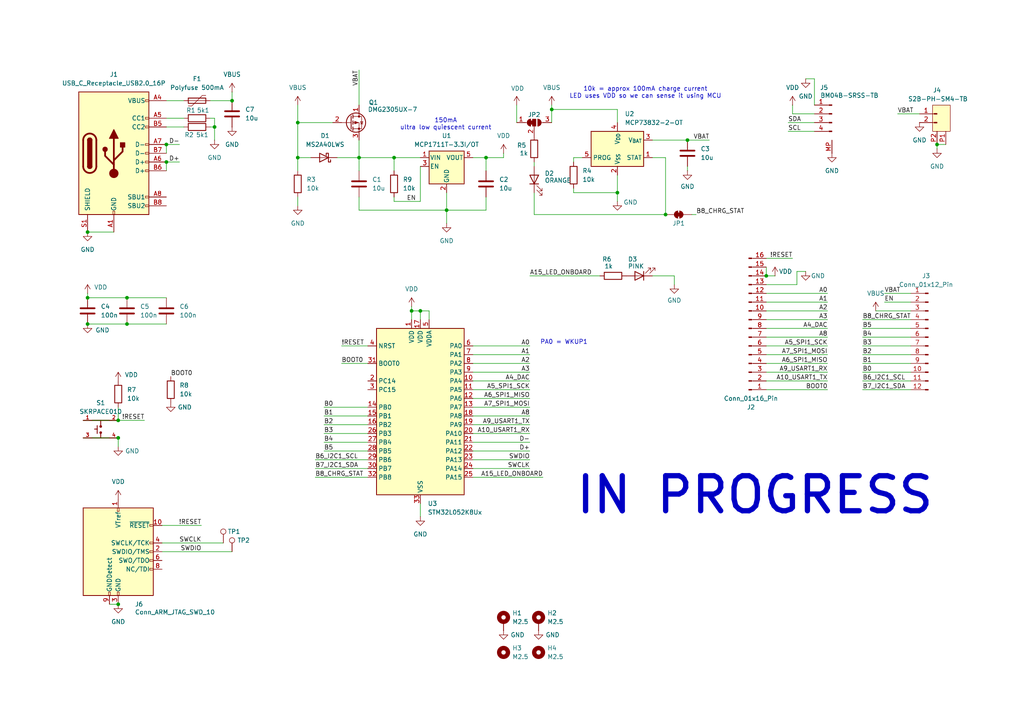
<source format=kicad_sch>
(kicad_sch (version 20250114) (generator "eeschema") (generator_version "9.0")
  (paper "A4")
  (title_block (title "AETHER L052") (date "2025-10-04") (rev "1") (company "github.com/xx0x/aether-l052") (comment 1 "A dev board based on STM32L052K8U6") (comment 2 "Ultra-low standby mode, battery charger"))
  (lib_symbols
    (symbol "Battery_Management:MCP73832-2-OT"
      (property "Reference" "U" (at -7.62 6.35 0))
      (property "Value" "MCP73832-2-OT" (at 1.27 6.35 0))
      (symbol "MCP73832-2-OT_1_1"
        (pin input line (at -10.16 -2.54 0) (length 2.54) (name "PROG") (number "5"))
        (pin power_in line (at 0 7.62 270) (length 2.54) (name "V_{DD}") (number "4"))
        (pin power_in line (at 0 -7.62 90) (length 2.54) (name "V_{SS}") (number "2"))
        (pin power_out line (at 10.16 2.54 180) (length 2.54) (name "V_{BAT}") (number "3"))
        (pin open_collector line (at 10.16 -2.54 180) (length 2.54) (name "STAT") (number "1"))
      )
    )
    (symbol "Connector:Conn_01x12_Pin" (pin_names (offset 1.016) (hide yes))
      (property "Reference" "J" (at 0 15.24 0))
      (property "Value" "Conn_01x12_Pin" (at 0 -17.78 0))
      (symbol "Conn_01x12_Pin_1_1"
        (pin passive line (at 5.08 12.7 180) (length 3.81) (name "Pin_1") (number "1"))
        (pin passive line (at 5.08 10.16 180) (length 3.81) (name "Pin_2") (number "2"))
        (pin passive line (at 5.08 7.62 180) (length 3.81) (name "Pin_3") (number "3"))
        (pin passive line (at 5.08 5.08 180) (length 3.81) (name "Pin_4") (number "4"))
        (pin passive line (at 5.08 2.54 180) (length 3.81) (name "Pin_5") (number "5"))
        (pin passive line (at 5.08 0 180) (length 3.81) (name "Pin_6") (number "6"))
        (pin passive line (at 5.08 -2.54 180) (length 3.81) (name "Pin_7") (number "7"))
        (pin passive line (at 5.08 -5.08 180) (length 3.81) (name "Pin_8") (number "8"))
        (pin passive line (at 5.08 -7.62 180) (length 3.81) (name "Pin_9") (number "9"))
        (pin passive line (at 5.08 -10.16 180) (length 3.81) (name "Pin_10") (number "10"))
        (pin passive line (at 5.08 -12.7 180) (length 3.81) (name "Pin_11") (number "11"))
        (pin passive line (at 5.08 -15.24 180) (length 3.81) (name "Pin_12") (number "12"))
      )
    )
    (symbol "Connector:Conn_01x16_Pin" (pin_names (offset 1.016) (hide yes))
      (property "Reference" "J" (at 0 20.32 0))
      (property "Value" "Conn_01x16_Pin" (at 0 -22.86 0))
      (symbol "Conn_01x16_Pin_1_1"
        (pin passive line (at 5.08 17.78 180) (length 3.81) (name "Pin_1") (number "1"))
        (pin passive line (at 5.08 15.24 180) (length 3.81) (name "Pin_2") (number "2"))
        (pin passive line (at 5.08 12.7 180) (length 3.81) (name "Pin_3") (number "3"))
        (pin passive line (at 5.08 10.16 180) (length 3.81) (name "Pin_4") (number "4"))
        (pin passive line (at 5.08 7.62 180) (length 3.81) (name "Pin_5") (number "5"))
        (pin passive line (at 5.08 5.08 180) (length 3.81) (name "Pin_6") (number "6"))
        (pin passive line (at 5.08 2.54 180) (length 3.81) (name "Pin_7") (number "7"))
        (pin passive line (at 5.08 0 180) (length 3.81) (name "Pin_8") (number "8"))
        (pin passive line (at 5.08 -2.54 180) (length 3.81) (name "Pin_9") (number "9"))
        (pin passive line (at 5.08 -5.08 180) (length 3.81) (name "Pin_10") (number "10"))
        (pin passive line (at 5.08 -7.62 180) (length 3.81) (name "Pin_11") (number "11"))
        (pin passive line (at 5.08 -10.16 180) (length 3.81) (name "Pin_12") (number "12"))
        (pin passive line (at 5.08 -12.7 180) (length 3.81) (name "Pin_13") (number "13"))
        (pin passive line (at 5.08 -15.24 180) (length 3.81) (name "Pin_14") (number "14"))
        (pin passive line (at 5.08 -17.78 180) (length 3.81) (name "Pin_15") (number "15"))
        (pin passive line (at 5.08 -20.32 180) (length 3.81) (name "Pin_16") (number "16"))
      )
    )
    (symbol "Connector:Conn_ARM_JTAG_SWD_10" (pin_names (offset 1.016))
      (property "Reference" "J" (at -2.54 16.51 0))
      (property "Value" "Conn_ARM_JTAG_SWD_10" (at -2.54 13.97 0))
      (symbol "Conn_ARM_JTAG_SWD_10_1_1"
        (pin no_connect line (at -10.16 0 0) (length 2.54) (hide yes) (name "KEY") (number "7"))
        (pin passive line (at -2.54 -15.24 90) (length 2.54) (name "GNDDetect") (number "9"))
        (pin power_in line (at 0 15.24 270) (length 2.54) (name "VTref") (number "1"))
        (pin power_in line (at 0 -15.24 90) (length 2.54) (name "GND") (number "3"))
        (pin passive line (at 0 -15.24 90) (length 2.54) (hide yes) (name "GND") (number "5"))
        (pin open_collector line (at 12.7 7.62 180) (length 2.54) (name "~{RESET}") (number "10"))
        (pin output line (at 12.7 2.54 180) (length 2.54) (name "SWCLK/TCK") (number "4"))
        (pin bidirectional line (at 12.7 0 180) (length 2.54) (name "SWDIO/TMS") (number "2"))
        (pin input line (at 12.7 -2.54 180) (length 2.54) (name "SWO/TDO") (number "6"))
        (pin output line (at 12.7 -5.08 180) (length 2.54) (name "NC/TDI") (number "8"))
      )
    )
    (symbol "Connector:TestPoint" (pin_numbers (hide yes)) (pin_names (offset 0.762) (hide yes))
      (property "Reference" "TP" (at 0 6.858 0))
      (property "Value" "TestPoint" (at 0 5.08 0))
      (symbol "TestPoint_1_1"
        (pin passive line (at 0 0 90) (length 2.54) (name "1") (number "1"))
      )
    )
    (symbol "Connector:USB_C_Receptacle_USB2.0_16P" (pin_names (offset 1.016))
      (property "Reference" "J" (at 0 22.225 0))
      (property "Value" "USB_C_Receptacle_USB2.0_16P" (at 0 19.685 0))
      (symbol "USB_C_Receptacle_USB2.0_16P_1_1"
        (pin passive line (at -7.62 -22.86 90) (length 5.08) (name "SHIELD") (number "S1"))
        (pin passive line (at 0 -22.86 90) (length 5.08) (name "GND") (number "A1"))
        (pin passive line (at 0 -22.86 90) (length 5.08) (hide yes) (name "GND") (number "A12"))
        (pin passive line (at 0 -22.86 90) (length 5.08) (hide yes) (name "GND") (number "B1"))
        (pin passive line (at 0 -22.86 90) (length 5.08) (hide yes) (name "GND") (number "B12"))
        (pin passive line (at 15.24 15.24 180) (length 5.08) (name "VBUS") (number "A4"))
        (pin passive line (at 15.24 15.24 180) (length 5.08) (hide yes) (name "VBUS") (number "A9"))
        (pin passive line (at 15.24 15.24 180) (length 5.08) (hide yes) (name "VBUS") (number "B4"))
        (pin passive line (at 15.24 15.24 180) (length 5.08) (hide yes) (name "VBUS") (number "B9"))
        (pin bidirectional line (at 15.24 10.16 180) (length 5.08) (name "CC1") (number "A5"))
        (pin bidirectional line (at 15.24 7.62 180) (length 5.08) (name "CC2") (number "B5"))
        (pin bidirectional line (at 15.24 2.54 180) (length 5.08) (name "D-") (number "A7"))
        (pin bidirectional line (at 15.24 0 180) (length 5.08) (name "D-") (number "B7"))
        (pin bidirectional line (at 15.24 -2.54 180) (length 5.08) (name "D+") (number "A6"))
        (pin bidirectional line (at 15.24 -5.08 180) (length 5.08) (name "D+") (number "B6"))
        (pin bidirectional line (at 15.24 -12.7 180) (length 5.08) (name "SBU1") (number "A8"))
        (pin bidirectional line (at 15.24 -15.24 180) (length 5.08) (name "SBU2") (number "B8"))
      )
    )
    (symbol "Device:C" (pin_numbers (hide yes)) (pin_names (offset 0.254))
      (property "Reference" "C" (at 0.635 2.54 0))
      (property "Value" "C" (at 0.635 -2.54 0))
      (symbol "C_1_1"
        (pin passive line (at 0 3.81 270) (length 2.794) (name "~") (number "1"))
        (pin passive line (at 0 -3.81 90) (length 2.794) (name "~") (number "2"))
      )
    )
    (symbol "Device:D_Schottky" (pin_numbers (hide yes)) (pin_names (offset 1.016) (hide yes))
      (property "Reference" "D" (at 0 2.54 0))
      (property "Value" "D_Schottky" (at 0 -2.54 0))
      (symbol "D_Schottky_1_1"
        (pin passive line (at -3.81 0 0) (length 2.54) (name "K") (number "1"))
        (pin passive line (at 3.81 0 180) (length 2.54) (name "A") (number "2"))
      )
    )
    (symbol "Device:LED" (pin_numbers (hide yes)) (pin_names (offset 1.016) (hide yes))
      (property "Reference" "D" (at 0 2.54 0))
      (property "Value" "LED" (at 0 -2.54 0))
      (symbol "LED_1_1"
        (pin passive line (at -3.81 0 0) (length 2.54) (name "K") (number "1"))
        (pin passive line (at 3.81 0 180) (length 2.54) (name "A") (number "2"))
      )
    )
    (symbol "Device:Polyfuse" (pin_numbers (hide yes)) (pin_names (offset 0))
      (property "Reference" "F" (at -2.54 0 90))
      (property "Value" "Polyfuse" (at 2.54 0 90))
      (symbol "Polyfuse_1_1"
        (pin passive line (at 0 3.81 270) (length 1.27) (name "~") (number "1"))
        (pin passive line (at 0 -3.81 90) (length 1.27) (name "~") (number "2"))
      )
    )
    (symbol "Device:R" (pin_numbers (hide yes)) (pin_names (offset 0))
      (property "Reference" "R" (at 2.032 0 90))
      (property "Value" "R" (at 0 0 90))
      (symbol "R_1_1"
        (pin passive line (at 0 3.81 270) (length 1.27) (name "~") (number "1"))
        (pin passive line (at 0 -3.81 90) (length 1.27) (name "~") (number "2"))
      )
    )
    (symbol "Jumper:SolderJumper_2_Bridged" (pin_numbers (hide yes)) (pin_names (offset 0) (hide yes)) (in_bom no)
      (property "Reference" "JP" (at 0 2.032 0))
      (property "Value" "SolderJumper_2_Bridged" (at 0 -2.54 0))
      (symbol "SolderJumper_2_Bridged_1_1"
        (pin passive line (at -3.81 0 0) (length 2.54) (name "A") (number "1"))
        (pin passive line (at 3.81 0 180) (length 2.54) (name "B") (number "2"))
      )
    )
    (symbol "Jumper:SolderJumper_3_Bridged12" (pin_names (offset 0) (hide yes)) (in_bom no)
      (property "Reference" "JP" (at -2.54 -2.54 0))
      (property "Value" "SolderJumper_3_Bridged12" (at 0 2.794 0))
      (symbol "SolderJumper_3_Bridged12_1_1"
        (pin passive line (at -5.08 0 0) (length 2.54) (name "A") (number "1"))
        (pin passive line (at 0 -3.81 90) (length 2.54) (name "C") (number "2"))
        (pin passive line (at 5.08 0 180) (length 2.54) (name "B") (number "3"))
      )
    )
    (symbol "MCU_ST_STM32L0:STM32L052K8Ux"
      (property "Reference" "U" (at -12.7 26.67 0))
      (property "Value" "STM32L052K8Ux" (at 5.08 26.67 0))
      (symbol "STM32L052K8Ux_1_1"
        (pin input line (at -15.24 20.32 0) (length 2.54) (name "NRST") (number "4"))
        (pin input line (at -15.24 15.24 0) (length 2.54) (name "BOOT0") (number "31"))
        (pin bidirectional line (at -15.24 10.16 0) (length 2.54) (name "PC14") (number "2"))
        (pin bidirectional line (at -15.24 7.62 0) (length 2.54) (name "PC15") (number "3"))
        (pin bidirectional line (at -15.24 2.54 0) (length 2.54) (name "PB0") (number "14"))
        (pin bidirectional line (at -15.24 0 0) (length 2.54) (name "PB1") (number "15"))
        (pin bidirectional line (at -15.24 -2.54 0) (length 2.54) (name "PB2") (number "16"))
        (pin bidirectional line (at -15.24 -5.08 0) (length 2.54) (name "PB3") (number "26"))
        (pin bidirectional line (at -15.24 -7.62 0) (length 2.54) (name "PB4") (number "27"))
        (pin bidirectional line (at -15.24 -10.16 0) (length 2.54) (name "PB5") (number "28"))
        (pin bidirectional line (at -15.24 -12.7 0) (length 2.54) (name "PB6") (number "29"))
        (pin bidirectional line (at -15.24 -15.24 0) (length 2.54) (name "PB7") (number "30"))
        (pin bidirectional line (at -15.24 -17.78 0) (length 2.54) (name "PB8") (number "32"))
        (pin power_in line (at -2.54 27.94 270) (length 2.54) (name "VDD") (number "1"))
        (pin power_in line (at 0 27.94 270) (length 2.54) (name "VDD") (number "17"))
        (pin power_in line (at 0 -25.4 90) (length 2.54) (name "VSS") (number "33"))
        (pin power_in line (at 2.54 27.94 270) (length 2.54) (name "VDDA") (number "5"))
        (pin bidirectional line (at 15.24 20.32 180) (length 2.54) (name "PA0") (number "6"))
        (pin bidirectional line (at 15.24 17.78 180) (length 2.54) (name "PA1") (number "7"))
        (pin bidirectional line (at 15.24 15.24 180) (length 2.54) (name "PA2") (number "8"))
        (pin bidirectional line (at 15.24 12.7 180) (length 2.54) (name "PA3") (number "9"))
        (pin bidirectional line (at 15.24 10.16 180) (length 2.54) (name "PA4") (number "10"))
        (pin bidirectional line (at 15.24 7.62 180) (length 2.54) (name "PA5") (number "11"))
        (pin bidirectional line (at 15.24 5.08 180) (length 2.54) (name "PA6") (number "12"))
        (pin bidirectional line (at 15.24 2.54 180) (length 2.54) (name "PA7") (number "13"))
        (pin bidirectional line (at 15.24 0 180) (length 2.54) (name "PA8") (number "18"))
        (pin bidirectional line (at 15.24 -2.54 180) (length 2.54) (name "PA9") (number "19"))
        (pin bidirectional line (at 15.24 -5.08 180) (length 2.54) (name "PA10") (number "20"))
        (pin bidirectional line (at 15.24 -7.62 180) (length 2.54) (name "PA11") (number "21"))
        (pin bidirectional line (at 15.24 -10.16 180) (length 2.54) (name "PA12") (number "22"))
        (pin bidirectional line (at 15.24 -12.7 180) (length 2.54) (name "PA13") (number "23"))
        (pin bidirectional line (at 15.24 -15.24 180) (length 2.54) (name "PA14") (number "24"))
        (pin bidirectional line (at 15.24 -17.78 180) (length 2.54) (name "PA15") (number "25"))
      )
    )
    (symbol "Mechanical:MountingHole" (pin_names (offset 1.016)) (in_bom no)
      (property "Reference" "H" (at 0 5.08 0))
      (property "Value" "MountingHole" (at 0 3.175 0))
    )
    (symbol "Mechanical:MountingHole_Pad" (pin_numbers (hide yes)) (pin_names (offset 1.016) (hide yes)) (in_bom no)
      (property "Reference" "H" (at 0 6.35 0))
      (property "Value" "MountingHole_Pad" (at 0 4.445 0))
      (symbol "MountingHole_Pad_1_1"
        (pin input line (at 0 -2.54 90) (length 2.54) (name "1") (number "1"))
      )
    )
    (symbol "Regulator_Linear:AP2112K-3.3" (pin_names (offset 0.254))
      (property "Reference" "U" (at -5.08 5.715 0))
      (property "Value" "AP2112K-3.3" (at 0 5.715 0))
      (symbol "AP2112K-3.3_1_1"
        (pin power_in line (at -7.62 2.54 0) (length 2.54) (name "VIN") (number "1"))
        (pin input line (at -7.62 0 0) (length 2.54) (name "EN") (number "3"))
        (pin power_in line (at 0 -7.62 90) (length 2.54) (name "GND") (number "2"))
        (pin no_connect line (at 5.08 0 180) (length 2.54) (hide yes) (name "NC") (number "4"))
        (pin power_out line (at 7.62 2.54 180) (length 2.54) (name "VOUT") (number "5"))
      )
    )
    (symbol "Transistor_FET:Q_PMOS_DGS" (pin_names (offset 0) (hide yes))
      (property "Reference" "Q" (at 5.08 1.905 0))
      (property "Value" "Q_PMOS_DGS" (at 5.08 0 0))
      (symbol "Q_PMOS_DGS_1_1"
        (pin input line (at -5.08 0 0) (length 2.54) (name "G") (number "2"))
        (pin passive line (at 2.54 5.08 270) (length 2.54) (name "D") (number "1"))
        (pin passive line (at 2.54 -5.08 90) (length 2.54) (name "S") (number "3"))
      )
    )
    (symbol "aether-l052:Conn_01x02_Pin_SMD_MT" (pin_names (offset 1.016) (hide yes))
      (property "Reference" "J" (at -2.794 4.318 0))
      (property "Value" "Conn_01x02_Pin_SMD_MT" (at -0.254 -10.668 0))
      (symbol "Conn_01x02_Pin_SMD_MT_1_1"
        (pin passive line (at -2.54 -8.89 90) (length 3.81) (name "") (number "P1"))
        (pin passive line (at 0 -8.89 90) (length 3.81) (name "") (number "P2"))
        (pin passive line (at 5.08 0 180) (length 3.81) (name "Pin_1") (number "1"))
        (pin passive line (at 5.08 -2.54 180) (length 3.81) (name "Pin_2") (number "2"))
      )
    )
    (symbol "aether-l052:Conn_01x04_Pin_SMD_MT" (pin_names (offset 1.016) (hide yes))
      (property "Reference" "J" (at 0 5.08 0))
      (property "Value" "Conn_01x04_Pin_SMD_MT" (at 0.508 -13.716 0))
      (symbol "Conn_01x04_Pin_SMD_MT_1_1"
        (pin passive line (at 0 -11.43 90) (length 3.81) (name "") (number "MP"))
        (pin passive line (at 5.08 2.54 180) (length 3.81) (name "Pin_1") (number "1"))
        (pin passive line (at 5.08 0 180) (length 3.81) (name "Pin_2") (number "2"))
        (pin passive line (at 5.08 -2.54 180) (length 3.81) (name "Pin_3") (number "3"))
        (pin passive line (at 5.08 -5.08 180) (length 3.81) (name "Pin_4") (number "4"))
      )
    )
    (symbol "aether-l052:SKRPACE010" (pin_names (offset 1.016))
      (property "Reference" "S" (at -2.5431 5.0863 0))
      (property "Value" "SKRPACE010" (at -2.5442 -5.0884 0))
      (symbol "SKRPACE010_0_0"
        (pin bidirectional line (at -5.08 2.54 0) (length 2.54) (name "~") (number "1"))
        (pin bidirectional line (at -5.08 -2.54 0) (length 2.54) (name "~") (number "3"))
        (pin bidirectional line (at 5.08 2.54 180) (length 2.54) (name "~") (number "2"))
        (pin bidirectional line (at 5.08 -2.54 180) (length 2.54) (name "~") (number "4"))
      )
    )
    (symbol "power:GND" (power) (pin_numbers (hide yes)) (pin_names (offset 0) (hide yes))
      (property "Value" "GND" (at 0 -3.81 0))
      (symbol "GND_1_1"
        (pin power_in line (at 0 0 270) (length 0) (name "~") (number "1"))
      )
    )
    (symbol "power:VBUS" (power) (pin_numbers (hide yes)) (pin_names (offset 0) (hide yes))
      (property "Value" "VBUS" (at 0 3.556 0))
      (symbol "VBUS_1_1"
        (pin power_in line (at 0 0 90) (length 0) (name "~") (number "1"))
      )
    )
    (symbol "power:VDD" (power) (pin_numbers (hide yes)) (pin_names (offset 0) (hide yes))
      (property "Value" "VDD" (at 0 3.556 0))
      (symbol "VDD_1_1"
        (pin power_in line (at 0 0 90) (length 0) (name "~") (number "1"))
      )
    )
  )
  (text "150mA\nultra low quiescent current" (at 129.286 36.068 0) (effects (font (size 1.27 1.27) (thickness 0.1588))))
  (text "10k = approx 100mA charge current\nLED uses VDD so we can sense it using MCU" (at 187.198 26.924 0) (effects (font (size 1.27 1.27) (thickness 0.1588))))
  (text "PA0 = WKUP1\n" (at 163.576 99.314 0) (effects (font (size 1.27 1.27) (thickness 0.1588))))
  (text "IN PROGRESS" (at 218.948 143.764 0) (effects (font (size 10.16 10.16) (thickness 1.524) (bold yes))))
  (junction (at 193.04 62.23))
  (junction (at 67.31 29.21))
  (junction (at 36.83 86.36))
  (junction (at 114.3 45.72))
  (junction (at 48.26 41.91))
  (junction (at 34.29 127))
  (junction (at 179.07 55.88))
  (junction (at 222.25 80.01))
  (junction (at 199.39 40.64))
  (junction (at 104.14 45.72))
  (junction (at 34.29 175.26))
  (junction (at 34.29 121.92))
  (junction (at 62.23 36.83))
  (junction (at 121.92 90.17))
  (junction (at 25.4 86.36))
  (junction (at 86.36 35.56))
  (junction (at 36.83 93.98))
  (junction (at 48.26 46.99))
  (junction (at 86.36 45.72))
  (junction (at 129.54 60.96))
  (junction (at 25.4 67.31))
  (junction (at 271.78 41.91))
  (junction (at 140.97 45.72))
  (junction (at 160.02 31.75))
  (junction (at 119.38 90.17))
  (junction (at 25.4 93.98))
  (wire (pts (xy 46.99 160.02) (xy 67.31 160.02)))
  (wire (pts (xy 93.98 130.81) (xy 106.68 130.81)))
  (wire (pts (xy 137.16 138.43) (xy 157.48 138.43)))
  (wire (pts (xy 179.07 50.8) (xy 179.07 55.88)))
  (wire (pts (xy 140.97 45.72) (xy 146.05 45.72)))
  (wire (pts (xy 34.29 118.11) (xy 34.29 121.92)))
  (wire (pts (xy 124.46 90.17) (xy 121.92 90.17)))
  (wire (pts (xy 222.25 77.47) (xy 222.25 80.01)))
  (wire (pts (xy 114.3 45.72) (xy 121.92 45.72)))
  (wire (pts (xy 48.26 41.91) (xy 48.26 44.45)))
  (wire (pts (xy 189.23 40.64) (xy 199.39 40.64)))
  (wire (pts (xy 86.36 30.48) (xy 86.36 35.56)))
  (wire (pts (xy 229.87 33.02) (xy 229.87 30.48)))
  (wire (pts (xy 137.16 113.03) (xy 153.67 113.03)))
  (wire (pts (xy 228.6 38.1) (xy 236.22 38.1)))
  (wire (pts (xy 62.23 40.64) (xy 62.23 36.83)))
  (wire (pts (xy 60.96 29.21) (xy 67.31 29.21)))
  (wire (pts (xy 137.16 123.19) (xy 153.67 123.19)))
  (wire (pts (xy 34.29 127) (xy 34.29 129.54)))
  (wire (pts (xy 93.98 120.65) (xy 106.68 120.65)))
  (wire (pts (xy 46.99 157.48) (xy 64.77 157.48)))
  (wire (pts (xy 222.25 74.93) (xy 229.87 74.93)))
  (wire (pts (xy 121.92 58.42) (xy 121.92 48.26)))
  (wire (pts (xy 231.14 78.74) (xy 233.68 78.74)))
  (wire (pts (xy 137.16 118.11) (xy 153.67 118.11)))
  (wire (pts (xy 48.26 41.91) (xy 52.07 41.91)))
  (wire (pts (xy 137.16 102.87) (xy 153.67 102.87)))
  (wire (pts (xy 137.16 130.81) (xy 153.67 130.81)))
  (wire (pts (xy 91.44 133.35) (xy 106.68 133.35)))
  (wire (pts (xy 195.58 80.01) (xy 195.58 82.55)))
  (wire (pts (xy 129.54 64.77) (xy 129.54 60.96)))
  (wire (pts (xy 48.26 46.99) (xy 48.26 49.53)))
  (wire (pts (xy 222.25 100.33) (xy 240.03 100.33)))
  (wire (pts (xy 166.37 45.72) (xy 168.91 45.72)))
  (wire (pts (xy 104.14 45.72) (xy 104.14 49.53)))
  (wire (pts (xy 222.25 92.71) (xy 240.03 92.71)))
  (wire (pts (xy 250.19 97.79) (xy 264.16 97.79)))
  (wire (pts (xy 140.97 60.96) (xy 140.97 57.15)))
  (wire (pts (xy 166.37 54.61) (xy 166.37 55.88)))
  (wire (pts (xy 154.94 62.23) (xy 193.04 62.23)))
  (wire (pts (xy 160.02 31.75) (xy 179.07 31.75)))
  (wire (pts (xy 137.16 110.49) (xy 153.67 110.49)))
  (wire (pts (xy 36.83 93.98) (xy 48.26 93.98)))
  (wire (pts (xy 34.29 121.92) (xy 41.91 121.92)))
  (wire (pts (xy 228.6 35.56) (xy 236.22 35.56)))
  (wire (pts (xy 222.25 82.55) (xy 231.14 82.55)))
  (wire (pts (xy 104.14 60.96) (xy 104.14 57.15)))
  (wire (pts (xy 129.54 60.96) (xy 104.14 60.96)))
  (wire (pts (xy 250.19 113.03) (xy 264.16 113.03)))
  (wire (pts (xy 222.25 87.63) (xy 240.03 87.63)))
  (wire (pts (xy 86.36 57.15) (xy 86.36 59.69)))
  (wire (pts (xy 48.26 34.29) (xy 53.34 34.29)))
  (wire (pts (xy 25.4 67.31) (xy 33.02 67.31)))
  (wire (pts (xy 48.26 36.83) (xy 53.34 36.83)))
  (wire (pts (xy 60.96 34.29) (xy 62.23 34.29)))
  (wire (pts (xy 154.94 62.23) (xy 154.94 55.88)))
  (wire (pts (xy 256.54 87.63) (xy 264.16 87.63)))
  (wire (pts (xy 129.54 60.96) (xy 140.97 60.96)))
  (wire (pts (xy 153.67 80.01) (xy 173.99 80.01)))
  (wire (pts (xy 104.14 45.72) (xy 114.3 45.72)))
  (wire (pts (xy 149.86 35.56) (xy 149.86 30.48)))
  (wire (pts (xy 137.16 128.27) (xy 153.67 128.27)))
  (wire (pts (xy 154.94 48.26) (xy 154.94 46.99)))
  (wire (pts (xy 91.44 135.89) (xy 106.68 135.89)))
  (wire (pts (xy 114.3 58.42) (xy 121.92 58.42)))
  (wire (pts (xy 256.54 85.09) (xy 264.16 85.09)))
  (wire (pts (xy 160.02 31.75) (xy 160.02 35.56)))
  (wire (pts (xy 93.98 123.19) (xy 106.68 123.19)))
  (wire (pts (xy 250.19 105.41) (xy 264.16 105.41)))
  (wire (pts (xy 93.98 125.73) (xy 106.68 125.73)))
  (wire (pts (xy 199.39 49.53) (xy 199.39 48.26)))
  (wire (pts (xy 119.38 90.17) (xy 119.38 92.71)))
  (wire (pts (xy 46.99 152.4) (xy 58.42 152.4)))
  (wire (pts (xy 121.92 92.71) (xy 121.92 90.17)))
  (wire (pts (xy 236.22 33.02) (xy 229.87 33.02)))
  (wire (pts (xy 48.26 46.99) (xy 52.07 46.99)))
  (wire (pts (xy 222.25 97.79) (xy 240.03 97.79)))
  (wire (pts (xy 166.37 55.88) (xy 179.07 55.88)))
  (wire (pts (xy 222.25 95.25) (xy 240.03 95.25)))
  (wire (pts (xy 67.31 29.21) (xy 67.31 26.67)))
  (wire (pts (xy 48.26 29.21) (xy 53.34 29.21)))
  (wire (pts (xy 250.19 95.25) (xy 264.16 95.25)))
  (wire (pts (xy 93.98 128.27) (xy 106.68 128.27)))
  (wire (pts (xy 124.46 92.71) (xy 124.46 90.17)))
  (wire (pts (xy 97.79 45.72) (xy 104.14 45.72)))
  (wire (pts (xy 274.32 41.91) (xy 271.78 41.91)))
  (wire (pts (xy 260.35 33.02) (xy 266.7 33.02)))
  (wire (pts (xy 99.06 105.41) (xy 106.68 105.41)))
  (wire (pts (xy 25.4 93.98) (xy 36.83 93.98)))
  (wire (pts (xy 137.16 107.95) (xy 153.67 107.95)))
  (wire (pts (xy 160.02 30.48) (xy 160.02 31.75)))
  (wire (pts (xy 179.07 55.88) (xy 179.07 58.42)))
  (wire (pts (xy 222.25 110.49) (xy 240.03 110.49)))
  (wire (pts (xy 137.16 120.65) (xy 153.67 120.65)))
  (wire (pts (xy 104.14 45.72) (xy 104.14 40.64)))
  (wire (pts (xy 222.25 85.09) (xy 240.03 85.09)))
  (wire (pts (xy 36.83 86.36) (xy 48.26 86.36)))
  (wire (pts (xy 99.06 100.33) (xy 106.68 100.33)))
  (wire (pts (xy 137.16 100.33) (xy 153.67 100.33)))
  (wire (pts (xy 104.14 20.32) (xy 104.14 30.48)))
  (wire (pts (xy 222.25 80.01) (xy 224.79 80.01)))
  (wire (pts (xy 24.13 121.92) (xy 34.29 121.92)))
  (wire (pts (xy 250.19 107.95) (xy 264.16 107.95)))
  (wire (pts (xy 250.19 102.87) (xy 264.16 102.87)))
  (wire (pts (xy 137.16 135.89) (xy 153.67 135.89)))
  (wire (pts (xy 146.05 45.72) (xy 146.05 44.45)))
  (wire (pts (xy 90.17 45.72) (xy 86.36 45.72)))
  (wire (pts (xy 193.04 62.23) (xy 193.04 45.72)))
  (wire (pts (xy 189.23 80.01) (xy 195.58 80.01)))
  (wire (pts (xy 119.38 88.9) (xy 119.38 90.17)))
  (wire (pts (xy 96.52 35.56) (xy 86.36 35.56)))
  (wire (pts (xy 86.36 45.72) (xy 86.36 35.56)))
  (wire (pts (xy 140.97 49.53) (xy 140.97 45.72)))
  (wire (pts (xy 62.23 34.29) (xy 62.23 36.83)))
  (wire (pts (xy 62.23 36.83) (xy 60.96 36.83)))
  (wire (pts (xy 222.25 107.95) (xy 240.03 107.95)))
  (wire (pts (xy 137.16 115.57) (xy 153.67 115.57)))
  (wire (pts (xy 236.22 22.86) (xy 233.68 22.86)))
  (wire (pts (xy 222.25 90.17) (xy 240.03 90.17)))
  (wire (pts (xy 166.37 46.99) (xy 166.37 45.72)))
  (wire (pts (xy 25.4 85.09) (xy 25.4 86.36)))
  (wire (pts (xy 86.36 45.72) (xy 86.36 49.53)))
  (wire (pts (xy 31.75 175.26) (xy 34.29 175.26)))
  (wire (pts (xy 25.4 86.36) (xy 36.83 86.36)))
  (wire (pts (xy 231.14 82.55) (xy 231.14 78.74)))
  (wire (pts (xy 137.16 133.35) (xy 153.67 133.35)))
  (wire (pts (xy 137.16 125.73) (xy 153.67 125.73)))
  (wire (pts (xy 179.07 31.75) (xy 179.07 35.56)))
  (wire (pts (xy 137.16 105.41) (xy 153.67 105.41)))
  (wire (pts (xy 201.93 62.23) (xy 200.66 62.23)))
  (wire (pts (xy 121.92 90.17) (xy 119.38 90.17)))
  (wire (pts (xy 271.78 41.91) (xy 271.78 43.18)))
  (wire (pts (xy 250.19 92.71) (xy 264.16 92.71)))
  (wire (pts (xy 222.25 113.03) (xy 240.03 113.03)))
  (wire (pts (xy 121.92 146.05) (xy 121.92 149.86)))
  (wire (pts (xy 91.44 138.43) (xy 106.68 138.43)))
  (wire (pts (xy 199.39 40.64) (xy 205.74 40.64)))
  (wire (pts (xy 114.3 45.72) (xy 114.3 49.53)))
  (wire (pts (xy 93.98 118.11) (xy 106.68 118.11)))
  (wire (pts (xy 250.19 100.33) (xy 264.16 100.33)))
  (wire (pts (xy 193.04 45.72) (xy 189.23 45.72)))
  (wire (pts (xy 140.97 45.72) (xy 137.16 45.72)))
  (wire (pts (xy 114.3 57.15) (xy 114.3 58.42)))
  (wire (pts (xy 24.13 127) (xy 34.29 127)))
  (wire (pts (xy 250.19 110.49) (xy 264.16 110.49)))
  (wire (pts (xy 254 90.17) (xy 264.16 90.17)))
  (wire (pts (xy 129.54 60.96) (xy 129.54 55.88)))
  (wire (pts (xy 222.25 105.41) (xy 240.03 105.41)))
  (wire (pts (xy 236.22 30.48) (xy 236.22 22.86)))
  (wire (pts (xy 222.25 102.87) (xy 240.03 102.87)))
  (label "A10_USART1_TX" (at 240.03 110.49 180))
  (label "A5_SPI1_SCK" (at 240.03 100.33 180))
  (label "VBAT" (at 256.54 85.09 0))
  (label "A8" (at 240.03 97.79 180))
  (label "SWCLK" (at 153.67 135.89 180))
  (label "B8_CHRG_STAT" (at 91.44 138.43 0))
  (label "B1" (at 93.98 120.65 0))
  (label "A7_SPI1_MOSI" (at 240.03 102.87 180))
  (label "EN" (at 120.65 58.42 180))
  (label "A10_USART1_RX" (at 153.67 125.73 180))
  (label "A9_USART1_TX" (at 153.67 123.19 180))
  (label "!RESET" (at 58.42 152.4 180))
  (label "B5" (at 93.98 130.81 0))
  (label "B8_CHRG_STAT" (at 201.93 62.23 0))
  (label "A6_SPI1_MISO" (at 240.03 105.41 180))
  (label "BOOT0" (at 240.03 113.03 180))
  (label "A4_DAC" (at 240.03 95.25 180))
  (label "B6_I2C1_SCL" (at 250.19 110.49 0))
  (label "SWDIO" (at 58.42 160.02 180))
  (label "D-" (at 153.67 128.27 180))
  (label "A15_LED_ONBOARD" (at 153.67 80.01 0))
  (label "A9_USART1_RX" (at 240.03 107.95 180))
  (label "B7_I2C1_SDA" (at 250.19 113.03 0))
  (label "B8_CHRG_STAT" (at 250.19 92.71 0))
  (label "B0" (at 250.19 107.95 0))
  (label "B4" (at 250.19 97.79 0))
  (label "!RESET" (at 99.06 100.33 0))
  (label "D+" (at 153.67 130.81 180))
  (label "SDA" (at 228.6 35.56 0))
  (label "A1" (at 240.03 87.63 180))
  (label "A7_SPI1_MOSI" (at 153.67 118.11 180))
  (label "!RESET" (at 229.87 74.93 180))
  (label "B3" (at 250.19 100.33 0))
  (label "A8" (at 153.67 120.65 180))
  (label "B4" (at 93.98 128.27 0))
  (label "B2" (at 250.19 102.87 0))
  (label "VBAT" (at 260.35 33.02 0))
  (label "B7_I2C1_SDA" (at 91.44 135.89 0))
  (label "B1" (at 250.19 105.41 0))
  (label "A0" (at 153.67 100.33 180))
  (label "D+" (at 52.07 46.99 180))
  (label "B2" (at 93.98 123.19 0))
  (label "B3" (at 93.98 125.73 0))
  (label "A5_SPI1_SCK" (at 153.67 113.03 180))
  (label "A2" (at 153.67 105.41 180))
  (label "B0" (at 93.98 118.11 0))
  (label "D-" (at 52.07 41.91 180))
  (label "A3" (at 153.67 107.95 180))
  (label "A1" (at 153.67 102.87 180))
  (label "B6_I2C1_SCL" (at 91.44 133.35 0))
  (label "VBAT" (at 205.74 40.64 180))
  (label "A3" (at 240.03 92.71 180))
  (label "EN" (at 256.54 87.63 0))
  (label "A15_LED_ONBOARD" (at 157.48 138.43 180))
  (label "A0" (at 240.03 85.09 180))
  (label "B5" (at 250.19 95.25 0))
  (label "VBAT" (at 104.14 20.32 270))
  (label "A6_SPI1_MISO" (at 153.67 115.57 180))
  (label "A2" (at 240.03 90.17 180))
  (label "SWDIO" (at 153.67 133.35 180))
  (label "A4_DAC" (at 153.67 110.49 180))
  (label "SWCLK" (at 58.42 157.48 180))
  (label "SCL" (at 228.6 38.1 0))
  (label "BOOT0" (at 99.06 105.41 0))
  (label "BOOT0" (at 49.53 109.22 0))
  (label "!RESET" (at 41.91 121.92 180))
  (symbol (lib_id "Device:D_Schottky") (at 93.98 45.72 180) (unit 1)
    (property "Reference" "D1" (at 94.2975 39.37 0))
    (property "Value" "MS2A40LWS" (at 94.2975 41.91 0))
    (property "Footprint" "Diode_SMD:D_SOD-323" (effects (hide yes)))
    (property "Description" "Schottky diode" (effects (hide yes)))
  )
  (symbol (lib_id "power:VBUS") (at 160.02 30.48 0) (unit 1)
    (property "Reference" "#PWR011" (effects (hide yes)))
    (property "Value" "VBUS" (at 160.02 25.4 0))
    (property "Description" "Power symbol creates a global label with name \"VBUS\"" (effects (hide yes)))
  )
  (symbol (lib_id "Device:R") (at 34.29 114.3 0) (unit 1)
    (property "Reference" "R7" (at 36.83 113.0299 0) (effects (justify left)))
    (property "Value" "10k" (at 36.83 115.5699 0) (effects (justify left)))
    (property "Footprint" "Resistor_SMD:R_0603_1608Metric" (effects (hide yes)))
    (property "Description" "Resistor" (effects (hide yes)))
  )
  (symbol (lib_id "power:VDD") (at 25.4 85.09 0) (unit 1)
    (property "Reference" "#PWR015" (effects (hide yes)))
    (property "Value" "VDD" (at 29.21 83.312 0))
    (property "Description" "Power symbol creates a global label with name \"VDD\"" (effects (hide yes)))
  )
  (symbol (lib_id "Transistor_FET:Q_PMOS_DGS") (at 101.6 35.56 0) (unit 1)
    (property "Reference" "Q1" (at 106.934 29.718 0) (effects (justify left)))
    (property "Value" "DMG2305UX-7" (at 106.68 31.75 0) (effects (justify left)))
    (property "Footprint" "Package_TO_SOT_SMD:SOT-23" (effects (hide yes)))
    (property "Description" "P-MOSFET transistor, drain/gate/source" (effects (hide yes)))
  )
  (symbol (lib_id "Device:R") (at 114.3 53.34 0) (unit 1)
    (property "Reference" "R9" (at 116.84 52.0699 0) (effects (justify left)))
    (property "Value" "10k" (at 116.84 54.6099 0) (effects (justify left)))
    (property "Footprint" "Resistor_SMD:R_0603_1608Metric" (effects (hide yes)))
    (property "Description" "Resistor" (effects (hide yes)))
  )
  (symbol (lib_id "power:VDD") (at 34.29 110.49 0) (unit 1)
    (property "Reference" "#PWR020" (effects (hide yes)))
    (property "Value" "VDD" (at 38.1 108.712 0))
    (property "Description" "Power symbol creates a global label with name \"VDD\"" (effects (hide yes)))
  )
  (symbol (lib_id "power:GND") (at 121.92 149.86 0) (unit 1)
    (property "Reference" "#PWR018" (effects (hide yes)))
    (property "Value" "GND" (at 121.92 154.94 0))
    (property "Description" "Power symbol creates a global label with name \"GND\" , ground" (effects (hide yes)))
  )
  (symbol (lib_id "MCU_ST_STM32L0:STM32L052K8Ux") (at 121.92 120.65 0) (unit 1)
    (property "Reference" "U3" (at 124.0633 146.05 0) (effects (justify left)))
    (property "Value" "STM32L052K8Ux" (at 124.0633 148.59 0) (effects (justify left)))
    (property "Footprint" "Package_DFN_QFN:QFN-32-1EP_5x5mm_P0.5mm_EP3.45x3.45mm" (effects (hide yes)))
    (property "Datasheet" "https://www.st.com/resource/en/datasheet/stm32l052k8.pdf" (effects (hide yes)))
    (property "Description" "STMicroelectronics Arm Cortex-M0+ MCU, 64KB flash, 8KB RAM, 32 MHz, 1.65-3.6V, 27 GPIO, UFQFPN32" (effects (hide yes)))
  )
  (symbol (lib_id "power:GND") (at 86.36 59.69 0) (unit 1)
    (property "Reference" "#PWR08" (effects (hide yes)))
    (property "Value" "GND" (at 86.36 64.77 0))
    (property "Description" "Power symbol creates a global label with name \"GND\" , ground" (effects (hide yes)))
  )
  (symbol (lib_id "Device:R") (at 57.15 34.29 90) (unit 1)
    (property "Reference" "R1" (at 55.372 32.004 90))
    (property "Value" "5k1" (at 58.928 32.004 90))
    (property "Footprint" "Resistor_SMD:R_0603_1608Metric" (effects (hide yes)))
    (property "Description" "Resistor" (effects (hide yes)))
  )
  (symbol (lib_id "Device:C") (at 48.26 90.17 0) (unit 1)
    (property "Reference" "C6" (at 52.07 88.8999 0) (effects (justify left)))
    (property "Value" "100n" (at 52.07 91.4399 0) (effects (justify left)))
    (property "Footprint" "Capacitor_SMD:C_0603_1608Metric" (effects (hide yes)))
    (property "Description" "Unpolarized capacitor" (effects (hide yes)))
  )
  (symbol (lib_id "Connector:Conn_01x12_Pin") (at 269.24 97.79 0) (mirror y) (unit 1)
    (property "Reference" "J3" (at 268.605 80.01 0))
    (property "Value" "Conn_01x12_Pin" (at 268.605 82.55 0))
    (property "Footprint" "aether-l052:PinHeader_1x12_P2.54mm_Vertical_NoSilk" (effects (hide yes)))
    (property "Description" "Generic connector, single row, 01x12, script generated" (effects (hide yes)))
  )
  (symbol (lib_id "Device:R") (at 57.15 36.83 90) (unit 1)
    (property "Reference" "R2" (at 54.864 39.116 90))
    (property "Value" "5k1" (at 58.674 39.116 90))
    (property "Footprint" "Resistor_SMD:R_0603_1608Metric" (effects (hide yes)))
    (property "Description" "Resistor" (effects (hide yes)))
  )
  (symbol (lib_id "Device:C") (at 140.97 53.34 0) (unit 1)
    (property "Reference" "C2" (at 144.78 52.0699 0) (effects (justify left)))
    (property "Value" "10u" (at 144.78 54.6099 0) (effects (justify left)))
    (property "Footprint" "Capacitor_SMD:C_0805_2012Metric" (effects (hide yes)))
    (property "Description" "Unpolarized capacitor" (effects (hide yes)))
  )
  (symbol (lib_id "power:GND") (at 233.68 22.86 0) (unit 1)
    (property "Reference" "#PWR02" (effects (hide yes)))
    (property "Value" "GND" (at 233.68 27.94 0))
    (property "Description" "Power symbol creates a global label with name \"GND\" , ground" (effects (hide yes)))
  )
  (symbol (lib_id "power:GND") (at 271.78 43.18 0) (unit 1)
    (property "Reference" "#PWR03" (effects (hide yes)))
    (property "Value" "GND" (at 271.78 48.26 0))
    (property "Description" "Power symbol creates a global label with name \"GND\" , ground" (effects (hide yes)))
  )
  (symbol (lib_id "Jumper:SolderJumper_2_Bridged") (at 196.85 62.23 0) (unit 1) (in_bom no)
    (property "Reference" "JP1" (at 196.85 64.77 0))
    (property "Value" "SolderJumper_2_Bridged" (effects (hide yes)))
    (property "Footprint" "Jumper:SolderJumper-2_P1.3mm_Bridged_RoundedPad1.0x1.5mm" (effects (hide yes)))
    (property "Description" "Solder Jumper, 2-pole, closed/bridged" (effects (hide yes)))
  )
  (symbol (lib_id "Jumper:SolderJumper_3_Bridged12") (at 154.94 35.56 0) (unit 1) (in_bom no)
    (property "Reference" "JP2" (at 154.94 33.274 0))
    (property "Value" "SolderJumper_3_Bridged12" (effects (hide yes)))
    (property "Footprint" "Jumper:SolderJumper-3_P1.3mm_Bridged12_RoundedPad1.0x1.5mm" (effects (hide yes)))
    (property "Description" "3-pole Solder Jumper, pins 1+2 closed/bridged" (effects (hide yes)))
  )
  (symbol (lib_id "Mechanical:MountingHole_Pad") (at 146.05 180.34 0) (unit 1) (in_bom no)
    (property "Reference" "H1" (at 148.59 177.7999 0) (effects (justify left)))
    (property "Value" "M2.5" (at 148.59 180.3399 0) (effects (justify left)))
    (property "Footprint" "aether-l052:MountingHole_2.5mm_Pad_Small" (effects (hide yes)))
    (property "Description" "Mounting Hole with connection" (effects (hide yes)))
  )
  (symbol (lib_id "Device:LED") (at 185.42 80.01 180) (unit 1)
    (property "Reference" "D3" (at 182.118 75.184 0) (effects (justify right)))
    (property "Value" "PINK" (at 182.118 77.216 0) (effects (justify right)))
    (property "Footprint" "LED_SMD:LED_0603_1608Metric" (effects (hide yes)))
    (property "Description" "Light emitting diode" (effects (hide yes)))
    (property "Sim.Pins" "1=K 2=A" (effects (hide yes)))
  )
  (symbol (lib_id "power:VDD") (at 229.87 30.48 0) (unit 1)
    (property "Reference" "#PWR01" (effects (hide yes)))
    (property "Value" "VDD" (at 229.87 25.4 0))
    (property "Description" "Power symbol creates a global label with name \"VDD\"" (effects (hide yes)))
  )
  (symbol (lib_id "Device:C") (at 67.31 33.02 0) (unit 1)
    (property "Reference" "C7" (at 71.12 31.7499 0) (effects (justify left)))
    (property "Value" "10u" (at 71.12 34.2899 0) (effects (justify left)))
    (property "Footprint" "Capacitor_SMD:C_0805_2012Metric" (effects (hide yes)))
    (property "Description" "Unpolarized capacitor" (effects (hide yes)))
  )
  (symbol (lib_id "Connector:TestPoint") (at 64.77 157.48 0) (unit 1)
    (property "Reference" "TP1" (at 66.04 154.178 0) (effects (justify left)))
    (property "Value" "SWCLK" (effects (hide yes)))
    (property "Footprint" "TestPoint:TestPoint_Pad_D2.0mm" (effects (hide yes)))
    (property "Description" "test point" (effects (hide yes)))
  )
  (symbol (lib_id "power:GND") (at 67.31 36.83 0) (unit 1)
    (property "Reference" "#PWR031" (effects (hide yes)))
    (property "Value" "GND" (at 67.31 41.91 0))
    (property "Description" "Power symbol creates a global label with name \"GND\" , ground" (effects (hide yes)))
  )
  (symbol (lib_id "Device:C") (at 104.14 53.34 0) (unit 1)
    (property "Reference" "C1" (at 107.95 52.0699 0) (effects (justify left)))
    (property "Value" "10u" (at 107.95 54.6099 0) (effects (justify left)))
    (property "Footprint" "Capacitor_SMD:C_0805_2012Metric" (effects (hide yes)))
    (property "Description" "Unpolarized capacitor" (effects (hide yes)))
  )
  (symbol (lib_id "power:VDD") (at 119.38 88.9 0) (unit 1)
    (property "Reference" "#PWR017" (effects (hide yes)))
    (property "Value" "VDD" (at 119.38 83.82 0))
    (property "Description" "Power symbol creates a global label with name \"VDD\"" (effects (hide yes)))
  )
  (symbol (lib_id "Device:C") (at 199.39 44.45 0) (unit 1)
    (property "Reference" "C3" (at 203.2 43.1799 0) (effects (justify left)))
    (property "Value" "10u" (at 203.2 45.7199 0) (effects (justify left)))
    (property "Footprint" "Capacitor_SMD:C_0805_2012Metric" (effects (hide yes)))
    (property "Description" "Unpolarized capacitor" (effects (hide yes)))
  )
  (symbol (lib_id "power:VDD") (at 149.86 30.48 0) (unit 1)
    (property "Reference" "#PWR032" (effects (hide yes)))
    (property "Value" "VDD" (at 150.114 25.654 0))
    (property "Description" "Power symbol creates a global label with name \"VDD\"" (effects (hide yes)))
  )
  (symbol (lib_id "power:GND") (at 34.29 129.54 0) (unit 1)
    (property "Reference" "#PWR019" (effects (hide yes)))
    (property "Value" "GND" (at 38.354 130.81 0))
    (property "Description" "Power symbol creates a global label with name \"GND\" , ground" (effects (hide yes)))
  )
  (symbol (lib_id "Device:Polyfuse") (at 57.15 29.21 90) (unit 1)
    (property "Reference" "F1" (at 57.15 22.86 90))
    (property "Value" "Polyfuse 500mA" (at 57.15 25.4 90))
    (property "Footprint" "Fuse:Fuse_0805_2012Metric" (effects (hide yes)))
    (property "Description" "Resettable fuse, polymeric positive temperature coefficient" (effects (hide yes)))
  )
  (symbol (lib_id "Connector:TestPoint") (at 67.31 160.02 0) (unit 1)
    (property "Reference" "TP2" (at 68.834 156.718 0) (effects (justify left)))
    (property "Value" "SWDIO" (effects (hide yes)))
    (property "Footprint" "TestPoint:TestPoint_Pad_D2.0mm" (effects (hide yes)))
    (property "Description" "test point" (effects (hide yes)))
  )
  (symbol (lib_id "aether-l052:Conn_01x02_Pin_SMD_MT") (at 271.78 33.02 0) (mirror y) (unit 1)
    (property "Reference" "J4" (at 271.78 26.162 0))
    (property "Value" "S2B-PH-SM4-TB" (at 272.034 28.702 0))
    (property "Footprint" "aether-l052:S2B-PH-SM4-TB_LF__SN_" (effects (hide yes)))
    (property "Description" "Generic connector, single row, 01x02, script generated" (effects (hide yes)))
  )
  (symbol (lib_id "power:VBUS") (at 67.31 26.67 0) (unit 1)
    (property "Reference" "#PWR06" (effects (hide yes)))
    (property "Value" "VBUS" (at 67.31 21.59 0))
    (property "Description" "Power symbol creates a global label with name \"VBUS\"" (effects (hide yes)))
  )
  (symbol (lib_id "Device:R") (at 49.53 113.03 0) (unit 1)
    (property "Reference" "R8" (at 52.07 111.7599 0) (effects (justify left)))
    (property "Value" "10k" (at 52.07 114.2999 0) (effects (justify left)))
    (property "Footprint" "Resistor_SMD:R_0603_1608Metric" (effects (hide yes)))
    (property "Description" "Resistor" (effects (hide yes)))
  )
  (symbol (lib_id "Mechanical:MountingHole_Pad") (at 156.21 180.34 0) (unit 1) (in_bom no)
    (property "Reference" "H2" (at 158.75 177.7999 0) (effects (justify left)))
    (property "Value" "M2.5" (at 158.75 180.3399 0) (effects (justify left)))
    (property "Footprint" "aether-l052:MountingHole_2.5mm_Pad_Small" (effects (hide yes)))
    (property "Description" "Mounting Hole with connection" (effects (hide yes)))
  )
  (symbol (lib_id "power:GND") (at 62.23 40.64 0) (unit 1)
    (property "Reference" "#PWR05" (effects (hide yes)))
    (property "Value" "GND" (at 62.23 45.72 0))
    (property "Description" "Power symbol creates a global label with name \"GND\" , ground" (effects (hide yes)))
  )
  (symbol (lib_id "power:GND") (at 25.4 93.98 0) (unit 1)
    (property "Reference" "#PWR016" (effects (hide yes)))
    (property "Value" "GND" (at 29.718 95.758 0))
    (property "Description" "Power symbol creates a global label with name \"GND\" , ground" (effects (hide yes)))
  )
  (symbol (lib_id "power:VDD") (at 146.05 44.45 0) (unit 1)
    (property "Reference" "#PWR010" (effects (hide yes)))
    (property "Value" "VDD" (at 146.05 39.37 0))
    (property "Description" "Power symbol creates a global label with name \"VDD\"" (effects (hide yes)))
  )
  (symbol (lib_id "Mechanical:MountingHole") (at 156.21 189.23 0) (unit 1) (in_bom no)
    (property "Reference" "H4" (at 158.75 187.9599 0) (effects (justify left)))
    (property "Value" "M2.5" (at 158.75 190.4999 0) (effects (justify left)))
    (property "Footprint" "MountingHole:MountingHole_2.5mm" (effects (hide yes)))
    (property "Description" "Mounting Hole without connection" (effects (hide yes)))
  )
  (symbol (lib_id "aether-l052:SKRPACE010") (at 29.21 124.46 0) (unit 1)
    (property "Reference" "S1" (at 29.21 116.84 0))
    (property "Value" "SKRPACE010" (at 29.21 119.38 0))
    (property "Footprint" "aether-l052:SKRPACE010" (effects (hide yes)))
    (property "MF" "ALPS" (effects (hide yes)))
    (property "Description_1" "Switch Tactile N.O. SPST Button J-Bend 0.05A 16VDC 2.55N SMD Automotive T/R" (effects (hide yes)))
    (property "Package" "None" (effects (hide yes)))
    (property "Price" "None" (effects (hide yes)))
    (property "Check_prices" "https://www.snapeda.com/parts/SKRPACE010/ALPS/view-part/?ref=eda" (effects (hide yes)))
    (property "STANDARD" "Maniufacturer Recommendations" (effects (hide yes)))
    (property "SnapEDA_Link" "https://www.snapeda.com/parts/SKRPACE010/ALPS/view-part/?ref=snap" (effects (hide yes)))
    (property "MP" "SKRPACE010" (effects (hide yes)))
    (property "Availability" "In Stock" (effects (hide yes)))
    (property "MANUFACTURER" "ALPS" (effects (hide yes)))
  )
  (symbol (lib_id "power:VDD") (at 34.29 144.78 0) (unit 1)
    (property "Reference" "#PWR026" (effects (hide yes)))
    (property "Value" "VDD" (at 34.29 139.7 0))
    (property "Description" "Power symbol creates a global label with name \"VDD\"" (effects (hide yes)))
  )
  (symbol (lib_id "Device:C") (at 25.4 90.17 0) (unit 1)
    (property "Reference" "C4" (at 29.21 88.8999 0) (effects (justify left)))
    (property "Value" "100n" (at 29.21 91.4399 0) (effects (justify left)))
    (property "Footprint" "Capacitor_SMD:C_0603_1608Metric" (effects (hide yes)))
    (property "Description" "Unpolarized capacitor" (effects (hide yes)))
  )
  (symbol (lib_id "power:GND") (at 266.7 35.56 0) (unit 1)
    (property "Reference" "#PWR029" (effects (hide yes)))
    (property "Value" "GND" (at 266.7 40.64 0))
    (property "Description" "Power symbol creates a global label with name \"GND\" , ground" (effects (hide yes)))
  )
  (symbol (lib_id "power:GND") (at 199.39 49.53 0) (unit 1)
    (property "Reference" "#PWR013" (effects (hide yes)))
    (property "Value" "GND" (at 199.39 54.102 0))
    (property "Description" "Power symbol creates a global label with name \"GND\" , ground" (effects (hide yes)))
  )
  (symbol (lib_id "Regulator_Linear:AP2112K-3.3") (at 129.54 48.26 0) (unit 1)
    (property "Reference" "U1" (at 129.54 39.37 0))
    (property "Value" "MCP1711T-3.3I/OT" (at 129.54 41.91 0))
    (property "Footprint" "Package_TO_SOT_SMD:SOT-23-5" (effects (hide yes)))
    (property "Datasheet" "https://www.diodes.com/assets/Datasheets/AP2112.pdf" (effects (hide yes)))
    (property "Description" "600mA low dropout linear regulator, with enable pin, 3.8V-6V input voltage range, 3.3V fixed positive output, SOT-23-5" (effects (hide yes)))
  )
  (symbol (lib_id "power:GND") (at 25.4 67.31 0) (unit 1)
    (property "Reference" "#PWR04" (effects (hide yes)))
    (property "Value" "GND" (at 25.4 72.39 0))
    (property "Description" "Power symbol creates a global label with name \"GND\" , ground" (effects (hide yes)))
  )
  (symbol (lib_id "Mechanical:MountingHole") (at 146.05 189.23 0) (unit 1) (in_bom no)
    (property "Reference" "H3" (at 148.59 187.9599 0) (effects (justify left)))
    (property "Value" "M2.5" (at 148.59 190.4999 0) (effects (justify left)))
    (property "Footprint" "MountingHole:MountingHole_2.5mm" (effects (hide yes)))
    (property "Description" "Mounting Hole without connection" (effects (hide yes)))
  )
  (symbol (lib_id "power:GND") (at 195.58 82.55 0) (unit 1)
    (property "Reference" "#PWR014" (effects (hide yes)))
    (property "Value" "GND" (at 195.58 87.122 0))
    (property "Description" "Power symbol creates a global label with name \"GND\" , ground" (effects (hide yes)))
  )
  (symbol (lib_id "Connector:USB_C_Receptacle_USB2.0_16P") (at 33.02 44.45 0) (unit 1)
    (property "Reference" "J1" (at 33.02 21.59 0))
    (property "Value" "USB_C_Receptacle_USB2.0_16P" (at 33.02 24.13 0))
    (property "Footprint" "Connector_USB:USB_C_Receptacle_XKB_U262-16XN-4BVC11" (effects (hide yes)))
    (property "Datasheet" "https://www.usb.org/sites/default/files/documents/usb_type-c.zip" (effects (hide yes)))
    (property "Description" "USB 2.0-only 16P Type-C Receptacle connector" (effects (hide yes)))
  )
  (symbol (lib_id "power:GND") (at 49.53 116.84 0) (unit 1)
    (property "Reference" "#PWR028" (effects (hide yes)))
    (property "Value" "GND" (at 53.594 118.11 0))
    (property "Description" "Power symbol creates a global label with name \"GND\" , ground" (effects (hide yes)))
  )
  (symbol (lib_id "Device:C") (at 36.83 90.17 0) (unit 1)
    (property "Reference" "C5" (at 40.64 88.8999 0) (effects (justify left)))
    (property "Value" "100n" (at 40.64 91.4399 0) (effects (justify left)))
    (property "Footprint" "Capacitor_SMD:C_0603_1608Metric" (effects (hide yes)))
    (property "Description" "Unpolarized capacitor" (effects (hide yes)))
  )
  (symbol (lib_id "Device:R") (at 177.8 80.01 90) (unit 1)
    (property "Reference" "R6" (at 176.022 75.184 90))
    (property "Value" "1k" (at 176.53 77.216 90))
    (property "Footprint" "Resistor_SMD:R_0603_1608Metric" (effects (hide yes)))
    (property "Description" "Resistor" (effects (hide yes)))
  )
  (symbol (lib_id "power:VBUS") (at 254 90.17 0) (unit 1)
    (property "Reference" "#PWR023" (effects (hide yes)))
    (property "Value" "VBUS" (at 254 85.09 0))
    (property "Description" "Power symbol creates a global label with name \"VBUS\"" (effects (hide yes)))
  )
  (symbol (lib_id "Device:R") (at 86.36 53.34 0) (unit 1)
    (property "Reference" "R3" (at 88.9 52.0699 0) (effects (justify left)))
    (property "Value" "10k" (at 88.9 54.6099 0) (effects (justify left)))
    (property "Footprint" "Resistor_SMD:R_0603_1608Metric" (effects (hide yes)))
    (property "Description" "Resistor" (effects (hide yes)))
  )
  (symbol (lib_id "Device:R") (at 154.94 43.18 0) (unit 1)
    (property "Reference" "R5" (at 152.654 42.164 0) (effects (justify right)))
    (property "Value" "1k" (at 153.162 44.45 0) (effects (justify right)))
    (property "Footprint" "Resistor_SMD:R_0603_1608Metric" (effects (hide yes)))
    (property "Description" "Resistor" (effects (hide yes)))
  )
  (symbol (lib_id "power:VDD") (at 224.79 80.01 0) (unit 1)
    (property "Reference" "#PWR024" (effects (hide yes)))
    (property "Value" "VDD" (at 227.838 78.74 0))
    (property "Description" "Power symbol creates a global label with name \"VDD\"" (effects (hide yes)))
  )
  (symbol (lib_id "Connector:Conn_01x16_Pin") (at 217.17 95.25 0) (mirror x) (unit 1)
    (property "Reference" "J2" (at 217.805 118.11 0))
    (property "Value" "Conn_01x16_Pin" (at 217.805 115.57 0))
    (property "Footprint" "aether-l052:PinHeader_1x16_P2.54mm_Vertical_NoSilk" (effects (hide yes)))
    (property "Description" "Generic connector, single row, 01x16, script generated" (effects (hide yes)))
  )
  (symbol (lib_id "Connector:Conn_ARM_JTAG_SWD_10") (at 34.29 160.02 0) (unit 1)
    (property "Reference" "J6" (at 39.116 175.26 0) (effects (justify left)))
    (property "Value" "Conn_ARM_JTAG_SWD_10" (at 39.116 177.546 0) (effects (justify left)))
    (property "Footprint" "Connector_PinHeader_1.27mm:PinHeader_2x05_P1.27mm_Vertical_SMD" (effects (hide yes)))
    (property "Datasheet" "http://infocenter.arm.com/help/topic/com.arm.doc.ddi0314h/DDI0314H_coresight_components_trm.pdf" (effects (hide yes)))
    (property "Description" "Cortex Debug Connector, standard ARM Cortex-M SWD and JTAG interface" (effects (hide yes)))
  )
  (symbol (lib_id "power:GND") (at 146.05 182.88 0) (unit 1)
    (property "Reference" "#PWR021" (effects (hide yes)))
    (property "Value" "GND" (at 150.114 184.15 0))
    (property "Description" "Power symbol creates a global label with name \"GND\" , ground" (effects (hide yes)))
  )
  (symbol (lib_id "aether-l052:Conn_01x04_Pin_SMD_MT") (at 241.3 33.02 0) (mirror y) (unit 1)
    (property "Reference" "J5" (at 239.014 25.4 0))
    (property "Value" "BM04B-SRSS-TB" (at 246.38 27.686 0))
    (property "Footprint" "Connector_JST:JST_SH_BM04B-SRSS-TB_1x04-1MP_P1.00mm_Vertical" (effects (hide yes)))
    (property "Description" "Generic connector, single row, 01x04, script generated" (effects (hide yes)))
  )
  (symbol (lib_id "power:GND") (at 241.3 44.45 0) (unit 1)
    (property "Reference" "#PWR030" (effects (hide yes)))
    (property "Value" "GND" (at 241.3 49.53 0))
    (property "Description" "Power symbol creates a global label with name \"GND\" , ground" (effects (hide yes)))
  )
  (symbol (lib_id "power:VBUS") (at 86.36 30.48 0) (unit 1)
    (property "Reference" "#PWR07" (effects (hide yes)))
    (property "Value" "VBUS" (at 86.36 25.4 0))
    (property "Description" "Power symbol creates a global label with name \"VBUS\"" (effects (hide yes)))
  )
  (symbol (lib_id "power:GND") (at 233.68 78.74 0) (unit 1)
    (property "Reference" "#PWR025" (effects (hide yes)))
    (property "Value" "GND" (at 237.236 80.01 0))
    (property "Description" "Power symbol creates a global label with name \"GND\" , ground" (effects (hide yes)))
  )
  (symbol (lib_id "power:GND") (at 179.07 58.42 0) (unit 1)
    (property "Reference" "#PWR012" (effects (hide yes)))
    (property "Value" "GND" (at 182.88 58.674 0))
    (property "Description" "Power symbol creates a global label with name \"GND\" , ground" (effects (hide yes)))
  )
  (symbol (lib_id "power:GND") (at 34.29 175.26 0) (unit 1)
    (property "Reference" "#PWR027" (effects (hide yes)))
    (property "Value" "GND" (at 34.29 180.34 0))
    (property "Description" "Power symbol creates a global label with name \"GND\" , ground" (effects (hide yes)))
  )
  (symbol (lib_id "Battery_Management:MCP73832-2-OT") (at 179.07 43.18 0) (unit 1)
    (property "Reference" "U2" (at 181.2133 33.02 0) (effects (justify left)))
    (property "Value" "MCP73832-2-OT" (at 181.2133 35.56 0) (effects (justify left)))
    (property "Footprint" "Package_TO_SOT_SMD:SOT-23-5" (effects (hide yes)))
    (property "Datasheet" "http://ww1.microchip.com/downloads/en/DeviceDoc/20001984g.pdf" (effects (hide yes)))
    (property "Description" "Single cell, Li-Ion/Li-Po charge management controller, 4.20V, Open-Drain Status Output, in SOT23-5 package" (effects (hide yes)))
  )
  (symbol (lib_id "power:GND") (at 156.21 182.88 0) (unit 1)
    (property "Reference" "#PWR022" (effects (hide yes)))
    (property "Value" "GND" (at 160.274 184.15 0))
    (property "Description" "Power symbol creates a global label with name \"GND\" , ground" (effects (hide yes)))
  )
  (symbol (lib_id "Device:R") (at 166.37 50.8 0) (unit 1)
    (property "Reference" "R4" (at 168.91 49.5299 0) (effects (justify left)))
    (property "Value" "10k" (at 168.91 52.0699 0) (effects (justify left)))
    (property "Footprint" "Resistor_SMD:R_0603_1608Metric" (effects (hide yes)))
    (property "Description" "Resistor" (effects (hide yes)))
  )
  (symbol (lib_id "Device:LED") (at 154.94 52.07 90) (unit 1)
    (property "Reference" "D2" (at 157.988 50.292 90) (effects (justify right)))
    (property "Value" "ORANGE" (at 157.988 52.324 90) (effects (justify right)))
    (property "Footprint" "LED_SMD:LED_0603_1608Metric" (effects (hide yes)))
    (property "Description" "Light emitting diode" (effects (hide yes)))
    (property "Sim.Pins" "1=K 2=A" (effects (hide yes)))
  )
  (symbol (lib_id "power:GND") (at 129.54 64.77 0) (unit 1)
    (property "Reference" "#PWR09" (effects (hide yes)))
    (property "Value" "GND" (at 129.54 69.85 0))
    (property "Description" "Power symbol creates a global label with name \"GND\" , ground" (effects (hide yes)))
  )
)
</source>
